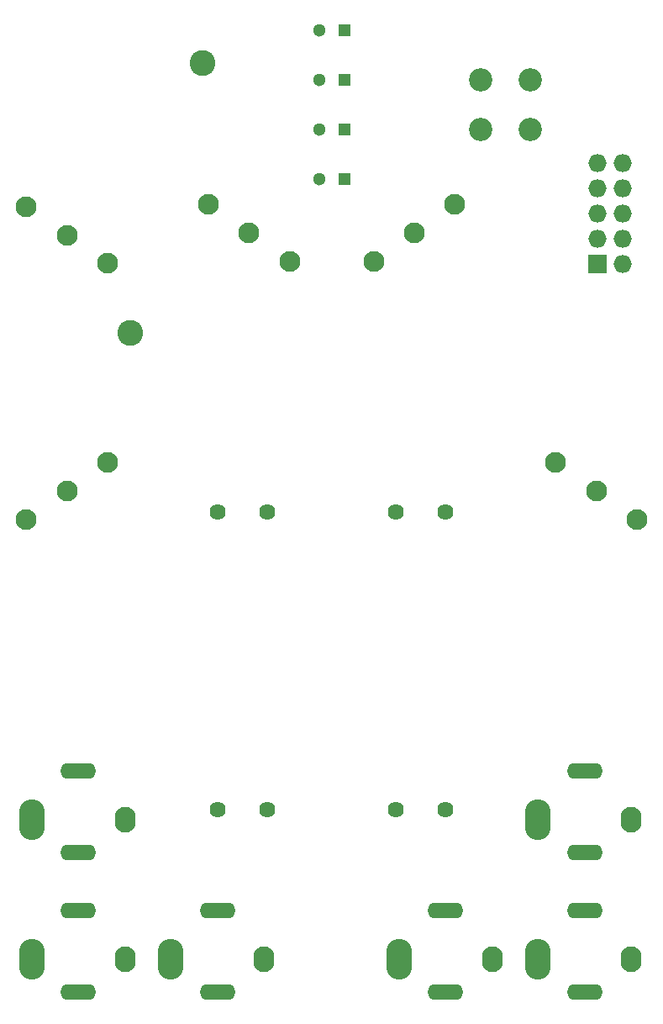
<source format=gts>
G04 #@! TF.FileFunction,Soldermask,Top*
%FSLAX46Y46*%
G04 Gerber Fmt 4.6, Leading zero omitted, Abs format (unit mm)*
G04 Created by KiCad (PCBNEW 4.0.2-stable) date 2017-12-28 3:27:39 PM*
%MOMM*%
G01*
G04 APERTURE LIST*
%ADD10C,0.100000*%
%ADD11C,2.098980*%
%ADD12C,2.350000*%
%ADD13C,2.600000*%
%ADD14R,1.300000X1.300000*%
%ADD15C,1.300000*%
%ADD16O,2.600000X4.100000*%
%ADD17O,2.100000X2.600000*%
%ADD18O,3.600000X1.600000*%
%ADD19R,1.827200X1.827200*%
%ADD20O,1.827200X1.827200*%
%ADD21C,1.624000*%
G04 APERTURE END LIST*
D10*
D11*
X17822777Y-33606433D03*
X21918537Y-36474315D03*
X13727017Y-30738551D03*
D12*
X59500000Y-18000000D03*
X64500000Y-18000000D03*
X64500000Y-23000000D03*
X59500000Y-23000000D03*
D13*
X24250000Y-43500000D03*
X31500000Y-16250000D03*
D14*
X45770000Y-28000000D03*
D15*
X43230000Y-28000000D03*
D14*
X45770000Y-23000000D03*
D15*
X43230000Y-23000000D03*
D14*
X45770000Y-18000000D03*
D15*
X43230000Y-18000000D03*
D14*
X45770000Y-13000000D03*
D15*
X43230000Y-13000000D03*
D11*
X36177223Y-33393567D03*
X32081463Y-30525685D03*
X40272983Y-36261449D03*
X17822777Y-59393567D03*
X13727017Y-62261449D03*
X21918537Y-56525685D03*
X71177223Y-59393567D03*
X67081463Y-56525685D03*
X75272983Y-62261449D03*
X52822777Y-33393567D03*
X48727017Y-36261449D03*
X56918537Y-30525685D03*
D16*
X14300000Y-106500000D03*
D17*
X23700000Y-106500000D03*
D18*
X19000000Y-101600000D03*
X19000000Y-109800000D03*
D16*
X14300000Y-92500000D03*
D17*
X23700000Y-92500000D03*
D18*
X19000000Y-87600000D03*
X19000000Y-95800000D03*
D16*
X65300000Y-92500000D03*
D17*
X74700000Y-92500000D03*
D18*
X70000000Y-87600000D03*
X70000000Y-95800000D03*
D16*
X51300000Y-106500000D03*
D17*
X60700000Y-106500000D03*
D18*
X56000000Y-101600000D03*
X56000000Y-109800000D03*
D16*
X28300000Y-106500000D03*
D17*
X37700000Y-106500000D03*
D18*
X33000000Y-101600000D03*
X33000000Y-109800000D03*
D16*
X65300000Y-106500000D03*
D17*
X74700000Y-106500000D03*
D18*
X70000000Y-101600000D03*
X70000000Y-109800000D03*
D19*
X71250000Y-36500000D03*
D20*
X73790000Y-36500000D03*
X71250000Y-33960000D03*
X73790000Y-33960000D03*
X71250000Y-31420000D03*
X73790000Y-31420000D03*
X71250000Y-28880000D03*
X73790000Y-28880000D03*
X71250000Y-26340000D03*
X73790000Y-26340000D03*
D21*
X51000000Y-61500000D03*
X56000000Y-61500000D03*
X38000000Y-61500000D03*
X33000000Y-61500000D03*
X38000000Y-91500000D03*
X33000000Y-91500000D03*
X51000000Y-91500000D03*
X56000000Y-91500000D03*
M02*

</source>
